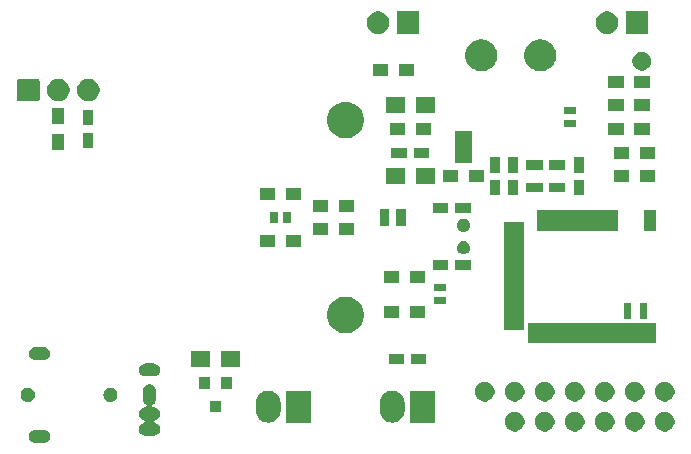
<source format=gts>
G04 #@! TF.GenerationSoftware,KiCad,Pcbnew,5.0.2-bee76a0~70~ubuntu16.04.1*
G04 #@! TF.CreationDate,2019-02-20T18:22:46+05:30*
G04 #@! TF.ProjectId,senseBe_rev2,73656e73-6542-4655-9f72-6576322e6b69,rev?*
G04 #@! TF.SameCoordinates,Original*
G04 #@! TF.FileFunction,Soldermask,Top*
G04 #@! TF.FilePolarity,Negative*
%FSLAX46Y46*%
G04 Gerber Fmt 4.6, Leading zero omitted, Abs format (unit mm)*
G04 Created by KiCad (PCBNEW 5.0.2-bee76a0~70~ubuntu16.04.1) date Wed Feb 20 18:22:46 2019*
%MOMM*%
%LPD*%
G01*
G04 APERTURE LIST*
%ADD10C,0.100000*%
G04 APERTURE END LIST*
D10*
G36*
X4558015Y-37956973D02*
X4661879Y-37988479D01*
X4757600Y-38039644D01*
X4841501Y-38108499D01*
X4910356Y-38192400D01*
X4961521Y-38288121D01*
X4993027Y-38391985D01*
X5003666Y-38500000D01*
X4993027Y-38608015D01*
X4961521Y-38711879D01*
X4910356Y-38807600D01*
X4841501Y-38891501D01*
X4757600Y-38960356D01*
X4661879Y-39011521D01*
X4558015Y-39043027D01*
X4477067Y-39051000D01*
X3722933Y-39051000D01*
X3641985Y-39043027D01*
X3538121Y-39011521D01*
X3442400Y-38960356D01*
X3358499Y-38891501D01*
X3289644Y-38807600D01*
X3238479Y-38711879D01*
X3206973Y-38608015D01*
X3196334Y-38500000D01*
X3206973Y-38391985D01*
X3238479Y-38288121D01*
X3289644Y-38192400D01*
X3358499Y-38108499D01*
X3442400Y-38039644D01*
X3538121Y-37988479D01*
X3641985Y-37956973D01*
X3722933Y-37949000D01*
X4477067Y-37949000D01*
X4558015Y-37956973D01*
X4558015Y-37956973D01*
G37*
G36*
X13508015Y-34106973D02*
X13611879Y-34138479D01*
X13707600Y-34189644D01*
X13791501Y-34258499D01*
X13860356Y-34342400D01*
X13911521Y-34438121D01*
X13943027Y-34541985D01*
X13951000Y-34622933D01*
X13951000Y-35377067D01*
X13943027Y-35458015D01*
X13911521Y-35561879D01*
X13860356Y-35657600D01*
X13791501Y-35741501D01*
X13707600Y-35810356D01*
X13701223Y-35813764D01*
X13680855Y-35827374D01*
X13663528Y-35844701D01*
X13649914Y-35865075D01*
X13640536Y-35887714D01*
X13635756Y-35911748D01*
X13635756Y-35936252D01*
X13640536Y-35960285D01*
X13649914Y-35982924D01*
X13663528Y-36003299D01*
X13680855Y-36020626D01*
X13701229Y-36034240D01*
X13723868Y-36043618D01*
X13747902Y-36048398D01*
X13760154Y-36049000D01*
X13777067Y-36049000D01*
X13858015Y-36056973D01*
X13961879Y-36088479D01*
X14057600Y-36139644D01*
X14141501Y-36208499D01*
X14210356Y-36292400D01*
X14261521Y-36388121D01*
X14293027Y-36491985D01*
X14303666Y-36600000D01*
X14293027Y-36708015D01*
X14261521Y-36811879D01*
X14210356Y-36907600D01*
X14141501Y-36991501D01*
X14057600Y-37060356D01*
X13961879Y-37111521D01*
X13899690Y-37130385D01*
X13877059Y-37139760D01*
X13856684Y-37153374D01*
X13839357Y-37170701D01*
X13825743Y-37191075D01*
X13816366Y-37213714D01*
X13811585Y-37237748D01*
X13811585Y-37262252D01*
X13816365Y-37286285D01*
X13825743Y-37308924D01*
X13839357Y-37329299D01*
X13856684Y-37346626D01*
X13877058Y-37360240D01*
X13899690Y-37369615D01*
X13961879Y-37388479D01*
X14057600Y-37439644D01*
X14141501Y-37508499D01*
X14210356Y-37592400D01*
X14261521Y-37688121D01*
X14293027Y-37791985D01*
X14303666Y-37900000D01*
X14293027Y-38008015D01*
X14261521Y-38111879D01*
X14210356Y-38207600D01*
X14141501Y-38291501D01*
X14057600Y-38360356D01*
X13961879Y-38411521D01*
X13858015Y-38443027D01*
X13777067Y-38451000D01*
X13022933Y-38451000D01*
X12941985Y-38443027D01*
X12838121Y-38411521D01*
X12742400Y-38360356D01*
X12658499Y-38291501D01*
X12589644Y-38207600D01*
X12538479Y-38111879D01*
X12506973Y-38008015D01*
X12496334Y-37900000D01*
X12506973Y-37791985D01*
X12538479Y-37688121D01*
X12589644Y-37592400D01*
X12658499Y-37508499D01*
X12742400Y-37439644D01*
X12838121Y-37388479D01*
X12900310Y-37369615D01*
X12922941Y-37360240D01*
X12943316Y-37346626D01*
X12960643Y-37329299D01*
X12974257Y-37308925D01*
X12983634Y-37286286D01*
X12988415Y-37262252D01*
X12988415Y-37237748D01*
X12983635Y-37213715D01*
X12974257Y-37191076D01*
X12960643Y-37170701D01*
X12943316Y-37153374D01*
X12922942Y-37139760D01*
X12900310Y-37130385D01*
X12838121Y-37111521D01*
X12742400Y-37060356D01*
X12658499Y-36991501D01*
X12589644Y-36907600D01*
X12538479Y-36811879D01*
X12506973Y-36708015D01*
X12496334Y-36600000D01*
X12506973Y-36491985D01*
X12538479Y-36388121D01*
X12589644Y-36292400D01*
X12658499Y-36208499D01*
X12742400Y-36139644D01*
X12838121Y-36088479D01*
X12941985Y-36056973D01*
X13022933Y-36049000D01*
X13039845Y-36049000D01*
X13064231Y-36046598D01*
X13087680Y-36039485D01*
X13109291Y-36027934D01*
X13128233Y-36012388D01*
X13143779Y-35993446D01*
X13155330Y-35971835D01*
X13162443Y-35948386D01*
X13164845Y-35924000D01*
X13162443Y-35899614D01*
X13155330Y-35876165D01*
X13143779Y-35854554D01*
X13128233Y-35835612D01*
X13109291Y-35820066D01*
X13098775Y-35813763D01*
X13092400Y-35810356D01*
X13008499Y-35741501D01*
X12939644Y-35657600D01*
X12888479Y-35561878D01*
X12856973Y-35458014D01*
X12849000Y-35377066D01*
X12849000Y-34622933D01*
X12856973Y-34541985D01*
X12859646Y-34533175D01*
X12888479Y-34438124D01*
X12888480Y-34438121D01*
X12939645Y-34342400D01*
X13008500Y-34258499D01*
X13092401Y-34189644D01*
X13188122Y-34138479D01*
X13291986Y-34106973D01*
X13400000Y-34096334D01*
X13508015Y-34106973D01*
X13508015Y-34106973D01*
G37*
G36*
X47108228Y-36451703D02*
X47263100Y-36515853D01*
X47402481Y-36608985D01*
X47521015Y-36727519D01*
X47614147Y-36866900D01*
X47678297Y-37021772D01*
X47711000Y-37186184D01*
X47711000Y-37353816D01*
X47678297Y-37518228D01*
X47614147Y-37673100D01*
X47521015Y-37812481D01*
X47402481Y-37931015D01*
X47263100Y-38024147D01*
X47108228Y-38088297D01*
X46943816Y-38121000D01*
X46776184Y-38121000D01*
X46611772Y-38088297D01*
X46456900Y-38024147D01*
X46317519Y-37931015D01*
X46198985Y-37812481D01*
X46105853Y-37673100D01*
X46041703Y-37518228D01*
X46009000Y-37353816D01*
X46009000Y-37186184D01*
X46041703Y-37021772D01*
X46105853Y-36866900D01*
X46198985Y-36727519D01*
X46317519Y-36608985D01*
X46456900Y-36515853D01*
X46611772Y-36451703D01*
X46776184Y-36419000D01*
X46943816Y-36419000D01*
X47108228Y-36451703D01*
X47108228Y-36451703D01*
G37*
G36*
X49648228Y-36451703D02*
X49803100Y-36515853D01*
X49942481Y-36608985D01*
X50061015Y-36727519D01*
X50154147Y-36866900D01*
X50218297Y-37021772D01*
X50251000Y-37186184D01*
X50251000Y-37353816D01*
X50218297Y-37518228D01*
X50154147Y-37673100D01*
X50061015Y-37812481D01*
X49942481Y-37931015D01*
X49803100Y-38024147D01*
X49648228Y-38088297D01*
X49483816Y-38121000D01*
X49316184Y-38121000D01*
X49151772Y-38088297D01*
X48996900Y-38024147D01*
X48857519Y-37931015D01*
X48738985Y-37812481D01*
X48645853Y-37673100D01*
X48581703Y-37518228D01*
X48549000Y-37353816D01*
X48549000Y-37186184D01*
X48581703Y-37021772D01*
X48645853Y-36866900D01*
X48738985Y-36727519D01*
X48857519Y-36608985D01*
X48996900Y-36515853D01*
X49151772Y-36451703D01*
X49316184Y-36419000D01*
X49483816Y-36419000D01*
X49648228Y-36451703D01*
X49648228Y-36451703D01*
G37*
G36*
X57268228Y-36451703D02*
X57423100Y-36515853D01*
X57562481Y-36608985D01*
X57681015Y-36727519D01*
X57774147Y-36866900D01*
X57838297Y-37021772D01*
X57871000Y-37186184D01*
X57871000Y-37353816D01*
X57838297Y-37518228D01*
X57774147Y-37673100D01*
X57681015Y-37812481D01*
X57562481Y-37931015D01*
X57423100Y-38024147D01*
X57268228Y-38088297D01*
X57103816Y-38121000D01*
X56936184Y-38121000D01*
X56771772Y-38088297D01*
X56616900Y-38024147D01*
X56477519Y-37931015D01*
X56358985Y-37812481D01*
X56265853Y-37673100D01*
X56201703Y-37518228D01*
X56169000Y-37353816D01*
X56169000Y-37186184D01*
X56201703Y-37021772D01*
X56265853Y-36866900D01*
X56358985Y-36727519D01*
X56477519Y-36608985D01*
X56616900Y-36515853D01*
X56771772Y-36451703D01*
X56936184Y-36419000D01*
X57103816Y-36419000D01*
X57268228Y-36451703D01*
X57268228Y-36451703D01*
G37*
G36*
X54728228Y-36451703D02*
X54883100Y-36515853D01*
X55022481Y-36608985D01*
X55141015Y-36727519D01*
X55234147Y-36866900D01*
X55298297Y-37021772D01*
X55331000Y-37186184D01*
X55331000Y-37353816D01*
X55298297Y-37518228D01*
X55234147Y-37673100D01*
X55141015Y-37812481D01*
X55022481Y-37931015D01*
X54883100Y-38024147D01*
X54728228Y-38088297D01*
X54563816Y-38121000D01*
X54396184Y-38121000D01*
X54231772Y-38088297D01*
X54076900Y-38024147D01*
X53937519Y-37931015D01*
X53818985Y-37812481D01*
X53725853Y-37673100D01*
X53661703Y-37518228D01*
X53629000Y-37353816D01*
X53629000Y-37186184D01*
X53661703Y-37021772D01*
X53725853Y-36866900D01*
X53818985Y-36727519D01*
X53937519Y-36608985D01*
X54076900Y-36515853D01*
X54231772Y-36451703D01*
X54396184Y-36419000D01*
X54563816Y-36419000D01*
X54728228Y-36451703D01*
X54728228Y-36451703D01*
G37*
G36*
X44568228Y-36451703D02*
X44723100Y-36515853D01*
X44862481Y-36608985D01*
X44981015Y-36727519D01*
X45074147Y-36866900D01*
X45138297Y-37021772D01*
X45171000Y-37186184D01*
X45171000Y-37353816D01*
X45138297Y-37518228D01*
X45074147Y-37673100D01*
X44981015Y-37812481D01*
X44862481Y-37931015D01*
X44723100Y-38024147D01*
X44568228Y-38088297D01*
X44403816Y-38121000D01*
X44236184Y-38121000D01*
X44071772Y-38088297D01*
X43916900Y-38024147D01*
X43777519Y-37931015D01*
X43658985Y-37812481D01*
X43565853Y-37673100D01*
X43501703Y-37518228D01*
X43469000Y-37353816D01*
X43469000Y-37186184D01*
X43501703Y-37021772D01*
X43565853Y-36866900D01*
X43658985Y-36727519D01*
X43777519Y-36608985D01*
X43916900Y-36515853D01*
X44071772Y-36451703D01*
X44236184Y-36419000D01*
X44403816Y-36419000D01*
X44568228Y-36451703D01*
X44568228Y-36451703D01*
G37*
G36*
X52188228Y-36451703D02*
X52343100Y-36515853D01*
X52482481Y-36608985D01*
X52601015Y-36727519D01*
X52694147Y-36866900D01*
X52758297Y-37021772D01*
X52791000Y-37186184D01*
X52791000Y-37353816D01*
X52758297Y-37518228D01*
X52694147Y-37673100D01*
X52601015Y-37812481D01*
X52482481Y-37931015D01*
X52343100Y-38024147D01*
X52188228Y-38088297D01*
X52023816Y-38121000D01*
X51856184Y-38121000D01*
X51691772Y-38088297D01*
X51536900Y-38024147D01*
X51397519Y-37931015D01*
X51278985Y-37812481D01*
X51185853Y-37673100D01*
X51121703Y-37518228D01*
X51089000Y-37353816D01*
X51089000Y-37186184D01*
X51121703Y-37021772D01*
X51185853Y-36866900D01*
X51278985Y-36727519D01*
X51397519Y-36608985D01*
X51536900Y-36515853D01*
X51691772Y-36451703D01*
X51856184Y-36419000D01*
X52023816Y-36419000D01*
X52188228Y-36451703D01*
X52188228Y-36451703D01*
G37*
G36*
X23666032Y-34664207D02*
X23864146Y-34724305D01*
X24046729Y-34821897D01*
X24206765Y-34953235D01*
X24338103Y-35113271D01*
X24371260Y-35175305D01*
X24435695Y-35295853D01*
X24460331Y-35377067D01*
X24495793Y-35493969D01*
X24511000Y-35648371D01*
X24511000Y-36351630D01*
X24495793Y-36506032D01*
X24435695Y-36704146D01*
X24338103Y-36886729D01*
X24320974Y-36907601D01*
X24206768Y-37046762D01*
X24206766Y-37046763D01*
X24206765Y-37046765D01*
X24046729Y-37178103D01*
X23864145Y-37275695D01*
X23666031Y-37335793D01*
X23460000Y-37356085D01*
X23253968Y-37335793D01*
X23055854Y-37275695D01*
X22873271Y-37178103D01*
X22809257Y-37125568D01*
X22713238Y-37046768D01*
X22713237Y-37046766D01*
X22713235Y-37046765D01*
X22581897Y-36886729D01*
X22490224Y-36715219D01*
X22484306Y-36704147D01*
X22484305Y-36704145D01*
X22424207Y-36506031D01*
X22409000Y-36351629D01*
X22409000Y-35648370D01*
X22424207Y-35493968D01*
X22464273Y-35361892D01*
X22484306Y-35295852D01*
X22581899Y-35113269D01*
X22713236Y-34953235D01*
X22873270Y-34821899D01*
X22873272Y-34821897D01*
X23055855Y-34724305D01*
X23253969Y-34664207D01*
X23460000Y-34643915D01*
X23666032Y-34664207D01*
X23666032Y-34664207D01*
G37*
G36*
X34166032Y-34664207D02*
X34364146Y-34724305D01*
X34546729Y-34821897D01*
X34706765Y-34953235D01*
X34838103Y-35113271D01*
X34871260Y-35175305D01*
X34935695Y-35295853D01*
X34960331Y-35377067D01*
X34995793Y-35493969D01*
X35011000Y-35648371D01*
X35011000Y-36351630D01*
X34995793Y-36506032D01*
X34935695Y-36704146D01*
X34838103Y-36886729D01*
X34820974Y-36907601D01*
X34706768Y-37046762D01*
X34706766Y-37046763D01*
X34706765Y-37046765D01*
X34546729Y-37178103D01*
X34364145Y-37275695D01*
X34166031Y-37335793D01*
X33960000Y-37356085D01*
X33753968Y-37335793D01*
X33555854Y-37275695D01*
X33373271Y-37178103D01*
X33309257Y-37125568D01*
X33213238Y-37046768D01*
X33213237Y-37046766D01*
X33213235Y-37046765D01*
X33081897Y-36886729D01*
X32990224Y-36715219D01*
X32984306Y-36704147D01*
X32984305Y-36704145D01*
X32924207Y-36506031D01*
X32909000Y-36351629D01*
X32909000Y-35648370D01*
X32924207Y-35493968D01*
X32964273Y-35361892D01*
X32984306Y-35295852D01*
X33081899Y-35113269D01*
X33213236Y-34953235D01*
X33373270Y-34821899D01*
X33373272Y-34821897D01*
X33555855Y-34724305D01*
X33753969Y-34664207D01*
X33960000Y-34643915D01*
X34166032Y-34664207D01*
X34166032Y-34664207D01*
G37*
G36*
X27051000Y-37351000D02*
X24949000Y-37351000D01*
X24949000Y-34649000D01*
X27051000Y-34649000D01*
X27051000Y-37351000D01*
X27051000Y-37351000D01*
G37*
G36*
X37551000Y-37351000D02*
X35449000Y-37351000D01*
X35449000Y-34649000D01*
X37551000Y-34649000D01*
X37551000Y-37351000D01*
X37551000Y-37351000D01*
G37*
G36*
X19451000Y-36501000D02*
X18549000Y-36501000D01*
X18549000Y-35499000D01*
X19451000Y-35499000D01*
X19451000Y-36501000D01*
X19451000Y-36501000D01*
G37*
G36*
X3275305Y-34422096D02*
X3384680Y-34467400D01*
X3483118Y-34533175D01*
X3566825Y-34616882D01*
X3632600Y-34715320D01*
X3677904Y-34824695D01*
X3701000Y-34940806D01*
X3701000Y-35059194D01*
X3677904Y-35175305D01*
X3632600Y-35284680D01*
X3566825Y-35383118D01*
X3483118Y-35466825D01*
X3384680Y-35532600D01*
X3275305Y-35577904D01*
X3159194Y-35601000D01*
X3040806Y-35601000D01*
X2924695Y-35577904D01*
X2815320Y-35532600D01*
X2716882Y-35466825D01*
X2633175Y-35383118D01*
X2567400Y-35284680D01*
X2522096Y-35175305D01*
X2499000Y-35059194D01*
X2499000Y-34940806D01*
X2522096Y-34824695D01*
X2567400Y-34715320D01*
X2633175Y-34616882D01*
X2716882Y-34533175D01*
X2815320Y-34467400D01*
X2924695Y-34422096D01*
X3040806Y-34399000D01*
X3159194Y-34399000D01*
X3275305Y-34422096D01*
X3275305Y-34422096D01*
G37*
G36*
X10275305Y-34422096D02*
X10384680Y-34467400D01*
X10483118Y-34533175D01*
X10566825Y-34616882D01*
X10632600Y-34715320D01*
X10677904Y-34824695D01*
X10701000Y-34940806D01*
X10701000Y-35059194D01*
X10677904Y-35175305D01*
X10632600Y-35284680D01*
X10566825Y-35383118D01*
X10483118Y-35466825D01*
X10384680Y-35532600D01*
X10275305Y-35577904D01*
X10159194Y-35601000D01*
X10040806Y-35601000D01*
X9924695Y-35577904D01*
X9815320Y-35532600D01*
X9716882Y-35466825D01*
X9633175Y-35383118D01*
X9567400Y-35284680D01*
X9522096Y-35175305D01*
X9499000Y-35059194D01*
X9499000Y-34940806D01*
X9522096Y-34824695D01*
X9567400Y-34715320D01*
X9633175Y-34616882D01*
X9716882Y-34533175D01*
X9815320Y-34467400D01*
X9924695Y-34422096D01*
X10040806Y-34399000D01*
X10159194Y-34399000D01*
X10275305Y-34422096D01*
X10275305Y-34422096D01*
G37*
G36*
X52188228Y-33911703D02*
X52343100Y-33975853D01*
X52482481Y-34068985D01*
X52601015Y-34187519D01*
X52694147Y-34326900D01*
X52758297Y-34481772D01*
X52791000Y-34646184D01*
X52791000Y-34813816D01*
X52758297Y-34978228D01*
X52694147Y-35133100D01*
X52601015Y-35272481D01*
X52482481Y-35391015D01*
X52343100Y-35484147D01*
X52188228Y-35548297D01*
X52023816Y-35581000D01*
X51856184Y-35581000D01*
X51691772Y-35548297D01*
X51536900Y-35484147D01*
X51397519Y-35391015D01*
X51278985Y-35272481D01*
X51185853Y-35133100D01*
X51121703Y-34978228D01*
X51089000Y-34813816D01*
X51089000Y-34646184D01*
X51121703Y-34481772D01*
X51185853Y-34326900D01*
X51278985Y-34187519D01*
X51397519Y-34068985D01*
X51536900Y-33975853D01*
X51691772Y-33911703D01*
X51856184Y-33879000D01*
X52023816Y-33879000D01*
X52188228Y-33911703D01*
X52188228Y-33911703D01*
G37*
G36*
X57268228Y-33911703D02*
X57423100Y-33975853D01*
X57562481Y-34068985D01*
X57681015Y-34187519D01*
X57774147Y-34326900D01*
X57838297Y-34481772D01*
X57871000Y-34646184D01*
X57871000Y-34813816D01*
X57838297Y-34978228D01*
X57774147Y-35133100D01*
X57681015Y-35272481D01*
X57562481Y-35391015D01*
X57423100Y-35484147D01*
X57268228Y-35548297D01*
X57103816Y-35581000D01*
X56936184Y-35581000D01*
X56771772Y-35548297D01*
X56616900Y-35484147D01*
X56477519Y-35391015D01*
X56358985Y-35272481D01*
X56265853Y-35133100D01*
X56201703Y-34978228D01*
X56169000Y-34813816D01*
X56169000Y-34646184D01*
X56201703Y-34481772D01*
X56265853Y-34326900D01*
X56358985Y-34187519D01*
X56477519Y-34068985D01*
X56616900Y-33975853D01*
X56771772Y-33911703D01*
X56936184Y-33879000D01*
X57103816Y-33879000D01*
X57268228Y-33911703D01*
X57268228Y-33911703D01*
G37*
G36*
X42028228Y-33911703D02*
X42183100Y-33975853D01*
X42322481Y-34068985D01*
X42441015Y-34187519D01*
X42534147Y-34326900D01*
X42598297Y-34481772D01*
X42631000Y-34646184D01*
X42631000Y-34813816D01*
X42598297Y-34978228D01*
X42534147Y-35133100D01*
X42441015Y-35272481D01*
X42322481Y-35391015D01*
X42183100Y-35484147D01*
X42028228Y-35548297D01*
X41863816Y-35581000D01*
X41696184Y-35581000D01*
X41531772Y-35548297D01*
X41376900Y-35484147D01*
X41237519Y-35391015D01*
X41118985Y-35272481D01*
X41025853Y-35133100D01*
X40961703Y-34978228D01*
X40929000Y-34813816D01*
X40929000Y-34646184D01*
X40961703Y-34481772D01*
X41025853Y-34326900D01*
X41118985Y-34187519D01*
X41237519Y-34068985D01*
X41376900Y-33975853D01*
X41531772Y-33911703D01*
X41696184Y-33879000D01*
X41863816Y-33879000D01*
X42028228Y-33911703D01*
X42028228Y-33911703D01*
G37*
G36*
X54728228Y-33911703D02*
X54883100Y-33975853D01*
X55022481Y-34068985D01*
X55141015Y-34187519D01*
X55234147Y-34326900D01*
X55298297Y-34481772D01*
X55331000Y-34646184D01*
X55331000Y-34813816D01*
X55298297Y-34978228D01*
X55234147Y-35133100D01*
X55141015Y-35272481D01*
X55022481Y-35391015D01*
X54883100Y-35484147D01*
X54728228Y-35548297D01*
X54563816Y-35581000D01*
X54396184Y-35581000D01*
X54231772Y-35548297D01*
X54076900Y-35484147D01*
X53937519Y-35391015D01*
X53818985Y-35272481D01*
X53725853Y-35133100D01*
X53661703Y-34978228D01*
X53629000Y-34813816D01*
X53629000Y-34646184D01*
X53661703Y-34481772D01*
X53725853Y-34326900D01*
X53818985Y-34187519D01*
X53937519Y-34068985D01*
X54076900Y-33975853D01*
X54231772Y-33911703D01*
X54396184Y-33879000D01*
X54563816Y-33879000D01*
X54728228Y-33911703D01*
X54728228Y-33911703D01*
G37*
G36*
X49648228Y-33911703D02*
X49803100Y-33975853D01*
X49942481Y-34068985D01*
X50061015Y-34187519D01*
X50154147Y-34326900D01*
X50218297Y-34481772D01*
X50251000Y-34646184D01*
X50251000Y-34813816D01*
X50218297Y-34978228D01*
X50154147Y-35133100D01*
X50061015Y-35272481D01*
X49942481Y-35391015D01*
X49803100Y-35484147D01*
X49648228Y-35548297D01*
X49483816Y-35581000D01*
X49316184Y-35581000D01*
X49151772Y-35548297D01*
X48996900Y-35484147D01*
X48857519Y-35391015D01*
X48738985Y-35272481D01*
X48645853Y-35133100D01*
X48581703Y-34978228D01*
X48549000Y-34813816D01*
X48549000Y-34646184D01*
X48581703Y-34481772D01*
X48645853Y-34326900D01*
X48738985Y-34187519D01*
X48857519Y-34068985D01*
X48996900Y-33975853D01*
X49151772Y-33911703D01*
X49316184Y-33879000D01*
X49483816Y-33879000D01*
X49648228Y-33911703D01*
X49648228Y-33911703D01*
G37*
G36*
X47108228Y-33911703D02*
X47263100Y-33975853D01*
X47402481Y-34068985D01*
X47521015Y-34187519D01*
X47614147Y-34326900D01*
X47678297Y-34481772D01*
X47711000Y-34646184D01*
X47711000Y-34813816D01*
X47678297Y-34978228D01*
X47614147Y-35133100D01*
X47521015Y-35272481D01*
X47402481Y-35391015D01*
X47263100Y-35484147D01*
X47108228Y-35548297D01*
X46943816Y-35581000D01*
X46776184Y-35581000D01*
X46611772Y-35548297D01*
X46456900Y-35484147D01*
X46317519Y-35391015D01*
X46198985Y-35272481D01*
X46105853Y-35133100D01*
X46041703Y-34978228D01*
X46009000Y-34813816D01*
X46009000Y-34646184D01*
X46041703Y-34481772D01*
X46105853Y-34326900D01*
X46198985Y-34187519D01*
X46317519Y-34068985D01*
X46456900Y-33975853D01*
X46611772Y-33911703D01*
X46776184Y-33879000D01*
X46943816Y-33879000D01*
X47108228Y-33911703D01*
X47108228Y-33911703D01*
G37*
G36*
X44568228Y-33911703D02*
X44723100Y-33975853D01*
X44862481Y-34068985D01*
X44981015Y-34187519D01*
X45074147Y-34326900D01*
X45138297Y-34481772D01*
X45171000Y-34646184D01*
X45171000Y-34813816D01*
X45138297Y-34978228D01*
X45074147Y-35133100D01*
X44981015Y-35272481D01*
X44862481Y-35391015D01*
X44723100Y-35484147D01*
X44568228Y-35548297D01*
X44403816Y-35581000D01*
X44236184Y-35581000D01*
X44071772Y-35548297D01*
X43916900Y-35484147D01*
X43777519Y-35391015D01*
X43658985Y-35272481D01*
X43565853Y-35133100D01*
X43501703Y-34978228D01*
X43469000Y-34813816D01*
X43469000Y-34646184D01*
X43501703Y-34481772D01*
X43565853Y-34326900D01*
X43658985Y-34187519D01*
X43777519Y-34068985D01*
X43916900Y-33975853D01*
X44071772Y-33911703D01*
X44236184Y-33879000D01*
X44403816Y-33879000D01*
X44568228Y-33911703D01*
X44568228Y-33911703D01*
G37*
G36*
X18501000Y-34501000D02*
X17599000Y-34501000D01*
X17599000Y-33499000D01*
X18501000Y-33499000D01*
X18501000Y-34501000D01*
X18501000Y-34501000D01*
G37*
G36*
X20401000Y-34501000D02*
X19499000Y-34501000D01*
X19499000Y-33499000D01*
X20401000Y-33499000D01*
X20401000Y-34501000D01*
X20401000Y-34501000D01*
G37*
G36*
X13858015Y-32356973D02*
X13961879Y-32388479D01*
X14057600Y-32439644D01*
X14141501Y-32508499D01*
X14210356Y-32592400D01*
X14261521Y-32688121D01*
X14293027Y-32791985D01*
X14303666Y-32900000D01*
X14293027Y-33008015D01*
X14261521Y-33111879D01*
X14210356Y-33207600D01*
X14141501Y-33291501D01*
X14057600Y-33360356D01*
X13961879Y-33411521D01*
X13858015Y-33443027D01*
X13777067Y-33451000D01*
X13022933Y-33451000D01*
X12941985Y-33443027D01*
X12838121Y-33411521D01*
X12742400Y-33360356D01*
X12658499Y-33291501D01*
X12589644Y-33207600D01*
X12538479Y-33111879D01*
X12506973Y-33008015D01*
X12496334Y-32900000D01*
X12506973Y-32791985D01*
X12538479Y-32688121D01*
X12589644Y-32592400D01*
X12658499Y-32508499D01*
X12742400Y-32439644D01*
X12838121Y-32388479D01*
X12941985Y-32356973D01*
X13022933Y-32349000D01*
X13777067Y-32349000D01*
X13858015Y-32356973D01*
X13858015Y-32356973D01*
G37*
G36*
X18551000Y-32676000D02*
X16949000Y-32676000D01*
X16949000Y-31324000D01*
X18551000Y-31324000D01*
X18551000Y-32676000D01*
X18551000Y-32676000D01*
G37*
G36*
X21051000Y-32676000D02*
X19449000Y-32676000D01*
X19449000Y-31324000D01*
X21051000Y-31324000D01*
X21051000Y-32676000D01*
X21051000Y-32676000D01*
G37*
G36*
X34951000Y-32426000D02*
X33649000Y-32426000D01*
X33649000Y-31574000D01*
X34951000Y-31574000D01*
X34951000Y-32426000D01*
X34951000Y-32426000D01*
G37*
G36*
X36851000Y-32426000D02*
X35549000Y-32426000D01*
X35549000Y-31574000D01*
X36851000Y-31574000D01*
X36851000Y-32426000D01*
X36851000Y-32426000D01*
G37*
G36*
X4558015Y-30956973D02*
X4661879Y-30988479D01*
X4757600Y-31039644D01*
X4841501Y-31108499D01*
X4910356Y-31192400D01*
X4961521Y-31288121D01*
X4993027Y-31391985D01*
X5003666Y-31500000D01*
X4993027Y-31608015D01*
X4961521Y-31711879D01*
X4910356Y-31807600D01*
X4841501Y-31891501D01*
X4757600Y-31960356D01*
X4661879Y-32011521D01*
X4558015Y-32043027D01*
X4477067Y-32051000D01*
X3722933Y-32051000D01*
X3641985Y-32043027D01*
X3538121Y-32011521D01*
X3442400Y-31960356D01*
X3358499Y-31891501D01*
X3289644Y-31807600D01*
X3238479Y-31711879D01*
X3206973Y-31608015D01*
X3196334Y-31500000D01*
X3206973Y-31391985D01*
X3238479Y-31288121D01*
X3289644Y-31192400D01*
X3358499Y-31108499D01*
X3442400Y-31039644D01*
X3538121Y-30988479D01*
X3641985Y-30956973D01*
X3722933Y-30949000D01*
X4477067Y-30949000D01*
X4558015Y-30956973D01*
X4558015Y-30956973D01*
G37*
G36*
X56301000Y-30601000D02*
X45499000Y-30601000D01*
X45499000Y-28899000D01*
X56301000Y-28899000D01*
X56301000Y-30601000D01*
X56301000Y-30601000D01*
G37*
G36*
X30352527Y-26738736D02*
X30452410Y-26758604D01*
X30734674Y-26875521D01*
X30988705Y-27045259D01*
X31204741Y-27261295D01*
X31374479Y-27515326D01*
X31491396Y-27797590D01*
X31551000Y-28097240D01*
X31551000Y-28402760D01*
X31491396Y-28702410D01*
X31374479Y-28984674D01*
X31204741Y-29238705D01*
X30988705Y-29454741D01*
X30734674Y-29624479D01*
X30452410Y-29741396D01*
X30352527Y-29761264D01*
X30152762Y-29801000D01*
X29847238Y-29801000D01*
X29647473Y-29761264D01*
X29547590Y-29741396D01*
X29265326Y-29624479D01*
X29011295Y-29454741D01*
X28795259Y-29238705D01*
X28625521Y-28984674D01*
X28508604Y-28702410D01*
X28449000Y-28402760D01*
X28449000Y-28097240D01*
X28508604Y-27797590D01*
X28625521Y-27515326D01*
X28795259Y-27261295D01*
X29011295Y-27045259D01*
X29265326Y-26875521D01*
X29547590Y-26758604D01*
X29647473Y-26738736D01*
X29847238Y-26699000D01*
X30152762Y-26699000D01*
X30352527Y-26738736D01*
X30352527Y-26738736D01*
G37*
G36*
X45101000Y-29501000D02*
X43399000Y-29501000D01*
X43399000Y-20399000D01*
X45101000Y-20399000D01*
X45101000Y-29501000D01*
X45101000Y-29501000D01*
G37*
G36*
X55551000Y-28551000D02*
X54949000Y-28551000D01*
X54949000Y-27249000D01*
X55551000Y-27249000D01*
X55551000Y-28551000D01*
X55551000Y-28551000D01*
G37*
G36*
X54151000Y-28551000D02*
X53549000Y-28551000D01*
X53549000Y-27249000D01*
X54151000Y-27249000D01*
X54151000Y-28551000D01*
X54151000Y-28551000D01*
G37*
G36*
X36751000Y-28501000D02*
X35449000Y-28501000D01*
X35449000Y-27499000D01*
X36751000Y-27499000D01*
X36751000Y-28501000D01*
X36751000Y-28501000D01*
G37*
G36*
X34551000Y-28501000D02*
X33249000Y-28501000D01*
X33249000Y-27499000D01*
X34551000Y-27499000D01*
X34551000Y-28501000D01*
X34551000Y-28501000D01*
G37*
G36*
X38501000Y-27351000D02*
X37499000Y-27351000D01*
X37499000Y-26749000D01*
X38501000Y-26749000D01*
X38501000Y-27351000D01*
X38501000Y-27351000D01*
G37*
G36*
X38501000Y-26251000D02*
X37499000Y-26251000D01*
X37499000Y-25649000D01*
X38501000Y-25649000D01*
X38501000Y-26251000D01*
X38501000Y-26251000D01*
G37*
G36*
X36751000Y-25501000D02*
X35449000Y-25501000D01*
X35449000Y-24499000D01*
X36751000Y-24499000D01*
X36751000Y-25501000D01*
X36751000Y-25501000D01*
G37*
G36*
X34551000Y-25501000D02*
X33249000Y-25501000D01*
X33249000Y-24499000D01*
X34551000Y-24499000D01*
X34551000Y-25501000D01*
X34551000Y-25501000D01*
G37*
G36*
X38701000Y-24426000D02*
X37399000Y-24426000D01*
X37399000Y-23574000D01*
X38701000Y-23574000D01*
X38701000Y-24426000D01*
X38701000Y-24426000D01*
G37*
G36*
X40601000Y-24426000D02*
X39299000Y-24426000D01*
X39299000Y-23574000D01*
X40601000Y-23574000D01*
X40601000Y-24426000D01*
X40601000Y-24426000D01*
G37*
G36*
X40160721Y-22020174D02*
X40260995Y-22061709D01*
X40351245Y-22122012D01*
X40427988Y-22198755D01*
X40488291Y-22289005D01*
X40529826Y-22389279D01*
X40551000Y-22495730D01*
X40551000Y-22604270D01*
X40529826Y-22710721D01*
X40488291Y-22810995D01*
X40427988Y-22901245D01*
X40351245Y-22977988D01*
X40260995Y-23038291D01*
X40160721Y-23079826D01*
X40054270Y-23101000D01*
X39945730Y-23101000D01*
X39839279Y-23079826D01*
X39739005Y-23038291D01*
X39648755Y-22977988D01*
X39572012Y-22901245D01*
X39511709Y-22810995D01*
X39470174Y-22710721D01*
X39449000Y-22604270D01*
X39449000Y-22495730D01*
X39470174Y-22389279D01*
X39511709Y-22289005D01*
X39572012Y-22198755D01*
X39648755Y-22122012D01*
X39739005Y-22061709D01*
X39839279Y-22020174D01*
X39945730Y-21999000D01*
X40054270Y-21999000D01*
X40160721Y-22020174D01*
X40160721Y-22020174D01*
G37*
G36*
X26251000Y-22501000D02*
X24949000Y-22501000D01*
X24949000Y-21499000D01*
X26251000Y-21499000D01*
X26251000Y-22501000D01*
X26251000Y-22501000D01*
G37*
G36*
X24051000Y-22501000D02*
X22749000Y-22501000D01*
X22749000Y-21499000D01*
X24051000Y-21499000D01*
X24051000Y-22501000D01*
X24051000Y-22501000D01*
G37*
G36*
X30751000Y-21501000D02*
X29449000Y-21501000D01*
X29449000Y-20499000D01*
X30751000Y-20499000D01*
X30751000Y-21501000D01*
X30751000Y-21501000D01*
G37*
G36*
X28551000Y-21501000D02*
X27249000Y-21501000D01*
X27249000Y-20499000D01*
X28551000Y-20499000D01*
X28551000Y-21501000D01*
X28551000Y-21501000D01*
G37*
G36*
X40160721Y-20120174D02*
X40260995Y-20161709D01*
X40351245Y-20222012D01*
X40427988Y-20298755D01*
X40488291Y-20389005D01*
X40529826Y-20489279D01*
X40551000Y-20595730D01*
X40551000Y-20704270D01*
X40529826Y-20810721D01*
X40488291Y-20910995D01*
X40427988Y-21001245D01*
X40351245Y-21077988D01*
X40260995Y-21138291D01*
X40160721Y-21179826D01*
X40054270Y-21201000D01*
X39945730Y-21201000D01*
X39839279Y-21179826D01*
X39739005Y-21138291D01*
X39648755Y-21077988D01*
X39572012Y-21001245D01*
X39511709Y-20910995D01*
X39470174Y-20810721D01*
X39449000Y-20704270D01*
X39449000Y-20595730D01*
X39470174Y-20489279D01*
X39511709Y-20389005D01*
X39572012Y-20298755D01*
X39648755Y-20222012D01*
X39739005Y-20161709D01*
X39839279Y-20120174D01*
X39945730Y-20099000D01*
X40054270Y-20099000D01*
X40160721Y-20120174D01*
X40160721Y-20120174D01*
G37*
G36*
X53101000Y-21101000D02*
X46199000Y-21101000D01*
X46199000Y-19399000D01*
X53101000Y-19399000D01*
X53101000Y-21101000D01*
X53101000Y-21101000D01*
G37*
G36*
X56301000Y-21101000D02*
X55299000Y-21101000D01*
X55299000Y-19399000D01*
X56301000Y-19399000D01*
X56301000Y-21101000D01*
X56301000Y-21101000D01*
G37*
G36*
X35101000Y-20701000D02*
X34299000Y-20701000D01*
X34299000Y-19299000D01*
X35101000Y-19299000D01*
X35101000Y-20701000D01*
X35101000Y-20701000D01*
G37*
G36*
X33701000Y-20701000D02*
X32899000Y-20701000D01*
X32899000Y-19299000D01*
X33701000Y-19299000D01*
X33701000Y-20701000D01*
X33701000Y-20701000D01*
G37*
G36*
X24251000Y-20501000D02*
X23649000Y-20501000D01*
X23649000Y-19499000D01*
X24251000Y-19499000D01*
X24251000Y-20501000D01*
X24251000Y-20501000D01*
G37*
G36*
X25351000Y-20501000D02*
X24749000Y-20501000D01*
X24749000Y-19499000D01*
X25351000Y-19499000D01*
X25351000Y-20501000D01*
X25351000Y-20501000D01*
G37*
G36*
X40601000Y-19626000D02*
X39299000Y-19626000D01*
X39299000Y-18774000D01*
X40601000Y-18774000D01*
X40601000Y-19626000D01*
X40601000Y-19626000D01*
G37*
G36*
X38701000Y-19626000D02*
X37399000Y-19626000D01*
X37399000Y-18774000D01*
X38701000Y-18774000D01*
X38701000Y-19626000D01*
X38701000Y-19626000D01*
G37*
G36*
X28551000Y-19501000D02*
X27249000Y-19501000D01*
X27249000Y-18499000D01*
X28551000Y-18499000D01*
X28551000Y-19501000D01*
X28551000Y-19501000D01*
G37*
G36*
X30751000Y-19501000D02*
X29449000Y-19501000D01*
X29449000Y-18499000D01*
X30751000Y-18499000D01*
X30751000Y-19501000D01*
X30751000Y-19501000D01*
G37*
G36*
X26251000Y-18501000D02*
X24949000Y-18501000D01*
X24949000Y-17499000D01*
X26251000Y-17499000D01*
X26251000Y-18501000D01*
X26251000Y-18501000D01*
G37*
G36*
X24051000Y-18501000D02*
X22749000Y-18501000D01*
X22749000Y-17499000D01*
X24051000Y-17499000D01*
X24051000Y-18501000D01*
X24051000Y-18501000D01*
G37*
G36*
X44626000Y-18101000D02*
X43774000Y-18101000D01*
X43774000Y-16799000D01*
X44626000Y-16799000D01*
X44626000Y-18101000D01*
X44626000Y-18101000D01*
G37*
G36*
X43126000Y-18101000D02*
X42274000Y-18101000D01*
X42274000Y-16799000D01*
X43126000Y-16799000D01*
X43126000Y-18101000D01*
X43126000Y-18101000D01*
G37*
G36*
X50176000Y-18101000D02*
X49324000Y-18101000D01*
X49324000Y-16799000D01*
X50176000Y-16799000D01*
X50176000Y-18101000D01*
X50176000Y-18101000D01*
G37*
G36*
X48601000Y-17851000D02*
X47199000Y-17851000D01*
X47199000Y-17049000D01*
X48601000Y-17049000D01*
X48601000Y-17851000D01*
X48601000Y-17851000D01*
G37*
G36*
X46701000Y-17851000D02*
X45299000Y-17851000D01*
X45299000Y-17049000D01*
X46701000Y-17049000D01*
X46701000Y-17851000D01*
X46701000Y-17851000D01*
G37*
G36*
X37551000Y-17176000D02*
X35949000Y-17176000D01*
X35949000Y-15824000D01*
X37551000Y-15824000D01*
X37551000Y-17176000D01*
X37551000Y-17176000D01*
G37*
G36*
X35051000Y-17176000D02*
X33449000Y-17176000D01*
X33449000Y-15824000D01*
X35051000Y-15824000D01*
X35051000Y-17176000D01*
X35051000Y-17176000D01*
G37*
G36*
X39551000Y-17001000D02*
X38249000Y-17001000D01*
X38249000Y-15999000D01*
X39551000Y-15999000D01*
X39551000Y-17001000D01*
X39551000Y-17001000D01*
G37*
G36*
X56251000Y-17001000D02*
X54949000Y-17001000D01*
X54949000Y-15999000D01*
X56251000Y-15999000D01*
X56251000Y-17001000D01*
X56251000Y-17001000D01*
G37*
G36*
X41751000Y-17001000D02*
X40449000Y-17001000D01*
X40449000Y-15999000D01*
X41751000Y-15999000D01*
X41751000Y-17001000D01*
X41751000Y-17001000D01*
G37*
G36*
X54051000Y-17001000D02*
X52749000Y-17001000D01*
X52749000Y-15999000D01*
X54051000Y-15999000D01*
X54051000Y-17001000D01*
X54051000Y-17001000D01*
G37*
G36*
X44626000Y-16201000D02*
X43774000Y-16201000D01*
X43774000Y-14899000D01*
X44626000Y-14899000D01*
X44626000Y-16201000D01*
X44626000Y-16201000D01*
G37*
G36*
X43126000Y-16201000D02*
X42274000Y-16201000D01*
X42274000Y-14899000D01*
X43126000Y-14899000D01*
X43126000Y-16201000D01*
X43126000Y-16201000D01*
G37*
G36*
X50176000Y-16201000D02*
X49324000Y-16201000D01*
X49324000Y-14899000D01*
X50176000Y-14899000D01*
X50176000Y-16201000D01*
X50176000Y-16201000D01*
G37*
G36*
X48601000Y-15951000D02*
X47199000Y-15951000D01*
X47199000Y-15149000D01*
X48601000Y-15149000D01*
X48601000Y-15951000D01*
X48601000Y-15951000D01*
G37*
G36*
X46701000Y-15951000D02*
X45299000Y-15951000D01*
X45299000Y-15149000D01*
X46701000Y-15149000D01*
X46701000Y-15951000D01*
X46701000Y-15951000D01*
G37*
G36*
X40701000Y-15351000D02*
X39299000Y-15351000D01*
X39299000Y-12649000D01*
X40701000Y-12649000D01*
X40701000Y-15351000D01*
X40701000Y-15351000D01*
G37*
G36*
X54051000Y-15001000D02*
X52749000Y-15001000D01*
X52749000Y-13999000D01*
X54051000Y-13999000D01*
X54051000Y-15001000D01*
X54051000Y-15001000D01*
G37*
G36*
X56251000Y-15001000D02*
X54949000Y-15001000D01*
X54949000Y-13999000D01*
X56251000Y-13999000D01*
X56251000Y-15001000D01*
X56251000Y-15001000D01*
G37*
G36*
X37101000Y-14926000D02*
X35799000Y-14926000D01*
X35799000Y-14074000D01*
X37101000Y-14074000D01*
X37101000Y-14926000D01*
X37101000Y-14926000D01*
G37*
G36*
X35201000Y-14926000D02*
X33899000Y-14926000D01*
X33899000Y-14074000D01*
X35201000Y-14074000D01*
X35201000Y-14926000D01*
X35201000Y-14926000D01*
G37*
G36*
X6201000Y-14251000D02*
X5199000Y-14251000D01*
X5199000Y-12949000D01*
X6201000Y-12949000D01*
X6201000Y-14251000D01*
X6201000Y-14251000D01*
G37*
G36*
X8626000Y-14101000D02*
X7774000Y-14101000D01*
X7774000Y-12799000D01*
X8626000Y-12799000D01*
X8626000Y-14101000D01*
X8626000Y-14101000D01*
G37*
G36*
X30352527Y-10238736D02*
X30452410Y-10258604D01*
X30734674Y-10375521D01*
X30988705Y-10545259D01*
X31204741Y-10761295D01*
X31374479Y-11015326D01*
X31491396Y-11297590D01*
X31551000Y-11597240D01*
X31551000Y-11902760D01*
X31491396Y-12202410D01*
X31374479Y-12484674D01*
X31204741Y-12738705D01*
X30988705Y-12954741D01*
X30734674Y-13124479D01*
X30452410Y-13241396D01*
X30352527Y-13261264D01*
X30152762Y-13301000D01*
X29847238Y-13301000D01*
X29647473Y-13261264D01*
X29547590Y-13241396D01*
X29265326Y-13124479D01*
X29011295Y-12954741D01*
X28795259Y-12738705D01*
X28625521Y-12484674D01*
X28508604Y-12202410D01*
X28449000Y-11902760D01*
X28449000Y-11597240D01*
X28508604Y-11297590D01*
X28625521Y-11015326D01*
X28795259Y-10761295D01*
X29011295Y-10545259D01*
X29265326Y-10375521D01*
X29547590Y-10258604D01*
X29647473Y-10238736D01*
X29847238Y-10199000D01*
X30152762Y-10199000D01*
X30352527Y-10238736D01*
X30352527Y-10238736D01*
G37*
G36*
X53551000Y-13001000D02*
X52249000Y-13001000D01*
X52249000Y-11999000D01*
X53551000Y-11999000D01*
X53551000Y-13001000D01*
X53551000Y-13001000D01*
G37*
G36*
X55751000Y-13001000D02*
X54449000Y-13001000D01*
X54449000Y-11999000D01*
X55751000Y-11999000D01*
X55751000Y-13001000D01*
X55751000Y-13001000D01*
G37*
G36*
X35051000Y-13001000D02*
X33749000Y-13001000D01*
X33749000Y-11999000D01*
X35051000Y-11999000D01*
X35051000Y-13001000D01*
X35051000Y-13001000D01*
G37*
G36*
X37251000Y-13001000D02*
X35949000Y-13001000D01*
X35949000Y-11999000D01*
X37251000Y-11999000D01*
X37251000Y-13001000D01*
X37251000Y-13001000D01*
G37*
G36*
X49501000Y-12351000D02*
X48499000Y-12351000D01*
X48499000Y-11749000D01*
X49501000Y-11749000D01*
X49501000Y-12351000D01*
X49501000Y-12351000D01*
G37*
G36*
X8626000Y-12201000D02*
X7774000Y-12201000D01*
X7774000Y-10899000D01*
X8626000Y-10899000D01*
X8626000Y-12201000D01*
X8626000Y-12201000D01*
G37*
G36*
X6201000Y-12051000D02*
X5199000Y-12051000D01*
X5199000Y-10749000D01*
X6201000Y-10749000D01*
X6201000Y-12051000D01*
X6201000Y-12051000D01*
G37*
G36*
X49501000Y-11251000D02*
X48499000Y-11251000D01*
X48499000Y-10649000D01*
X49501000Y-10649000D01*
X49501000Y-11251000D01*
X49501000Y-11251000D01*
G37*
G36*
X35051000Y-11176000D02*
X33449000Y-11176000D01*
X33449000Y-9824000D01*
X35051000Y-9824000D01*
X35051000Y-11176000D01*
X35051000Y-11176000D01*
G37*
G36*
X37551000Y-11176000D02*
X35949000Y-11176000D01*
X35949000Y-9824000D01*
X37551000Y-9824000D01*
X37551000Y-11176000D01*
X37551000Y-11176000D01*
G37*
G36*
X55751000Y-11001000D02*
X54449000Y-11001000D01*
X54449000Y-9999000D01*
X55751000Y-9999000D01*
X55751000Y-11001000D01*
X55751000Y-11001000D01*
G37*
G36*
X53551000Y-11001000D02*
X52249000Y-11001000D01*
X52249000Y-9999000D01*
X53551000Y-9999000D01*
X53551000Y-11001000D01*
X53551000Y-11001000D01*
G37*
G36*
X3960721Y-8252939D02*
X3993279Y-8262815D01*
X4023276Y-8278848D01*
X4049571Y-8300429D01*
X4071152Y-8326724D01*
X4087185Y-8356721D01*
X4097061Y-8389279D01*
X4101000Y-8429269D01*
X4101000Y-9970731D01*
X4097061Y-10010721D01*
X4087185Y-10043279D01*
X4071152Y-10073276D01*
X4049571Y-10099571D01*
X4023276Y-10121152D01*
X3993279Y-10137185D01*
X3960721Y-10147061D01*
X3920731Y-10151000D01*
X2379269Y-10151000D01*
X2339279Y-10147061D01*
X2306721Y-10137185D01*
X2276724Y-10121152D01*
X2250429Y-10099571D01*
X2228848Y-10073276D01*
X2212815Y-10043279D01*
X2202939Y-10010721D01*
X2199000Y-9970731D01*
X2199000Y-8429269D01*
X2202939Y-8389279D01*
X2212815Y-8356721D01*
X2228848Y-8326724D01*
X2250429Y-8300429D01*
X2276724Y-8278848D01*
X2306721Y-8262815D01*
X2339279Y-8252939D01*
X2379269Y-8249000D01*
X3920731Y-8249000D01*
X3960721Y-8252939D01*
X3960721Y-8252939D01*
G37*
G36*
X5967396Y-8285546D02*
X6140466Y-8357234D01*
X6296230Y-8461312D01*
X6428688Y-8593770D01*
X6532766Y-8749534D01*
X6604454Y-8922604D01*
X6641000Y-9106333D01*
X6641000Y-9293667D01*
X6604454Y-9477396D01*
X6532766Y-9650466D01*
X6428688Y-9806230D01*
X6296230Y-9938688D01*
X6140466Y-10042766D01*
X5967396Y-10114454D01*
X5783667Y-10151000D01*
X5596333Y-10151000D01*
X5412604Y-10114454D01*
X5239534Y-10042766D01*
X5083770Y-9938688D01*
X4951312Y-9806230D01*
X4847234Y-9650466D01*
X4775546Y-9477396D01*
X4739000Y-9293667D01*
X4739000Y-9106333D01*
X4775546Y-8922604D01*
X4847234Y-8749534D01*
X4951312Y-8593770D01*
X5083770Y-8461312D01*
X5239534Y-8357234D01*
X5412604Y-8285546D01*
X5596333Y-8249000D01*
X5783667Y-8249000D01*
X5967396Y-8285546D01*
X5967396Y-8285546D01*
G37*
G36*
X8507396Y-8285546D02*
X8680466Y-8357234D01*
X8836230Y-8461312D01*
X8968688Y-8593770D01*
X9072766Y-8749534D01*
X9144454Y-8922604D01*
X9181000Y-9106333D01*
X9181000Y-9293667D01*
X9144454Y-9477396D01*
X9072766Y-9650466D01*
X8968688Y-9806230D01*
X8836230Y-9938688D01*
X8680466Y-10042766D01*
X8507396Y-10114454D01*
X8323667Y-10151000D01*
X8136333Y-10151000D01*
X7952604Y-10114454D01*
X7779534Y-10042766D01*
X7623770Y-9938688D01*
X7491312Y-9806230D01*
X7387234Y-9650466D01*
X7315546Y-9477396D01*
X7279000Y-9293667D01*
X7279000Y-9106333D01*
X7315546Y-8922604D01*
X7387234Y-8749534D01*
X7491312Y-8593770D01*
X7623770Y-8461312D01*
X7779534Y-8357234D01*
X7952604Y-8285546D01*
X8136333Y-8249000D01*
X8323667Y-8249000D01*
X8507396Y-8285546D01*
X8507396Y-8285546D01*
G37*
G36*
X55751000Y-9001000D02*
X54449000Y-9001000D01*
X54449000Y-7999000D01*
X55751000Y-7999000D01*
X55751000Y-9001000D01*
X55751000Y-9001000D01*
G37*
G36*
X53551000Y-9001000D02*
X52249000Y-9001000D01*
X52249000Y-7999000D01*
X53551000Y-7999000D01*
X53551000Y-9001000D01*
X53551000Y-9001000D01*
G37*
G36*
X35801000Y-8001000D02*
X34499000Y-8001000D01*
X34499000Y-6999000D01*
X35801000Y-6999000D01*
X35801000Y-8001000D01*
X35801000Y-8001000D01*
G37*
G36*
X33601000Y-8001000D02*
X32299000Y-8001000D01*
X32299000Y-6999000D01*
X33601000Y-6999000D01*
X33601000Y-8001000D01*
X33601000Y-8001000D01*
G37*
G36*
X46763567Y-4924959D02*
X46894072Y-4950918D01*
X47139939Y-5052759D01*
X47360464Y-5200110D01*
X47361215Y-5200612D01*
X47549388Y-5388785D01*
X47549390Y-5388788D01*
X47697241Y-5610061D01*
X47799082Y-5855928D01*
X47851000Y-6116938D01*
X47851000Y-6383062D01*
X47799082Y-6644072D01*
X47697241Y-6889939D01*
X47624368Y-6999000D01*
X47549388Y-7111215D01*
X47361215Y-7299388D01*
X47361212Y-7299390D01*
X47139939Y-7447241D01*
X46894072Y-7549082D01*
X46763567Y-7575041D01*
X46633063Y-7601000D01*
X46366937Y-7601000D01*
X46236433Y-7575041D01*
X46105928Y-7549082D01*
X45860061Y-7447241D01*
X45638788Y-7299390D01*
X45638785Y-7299388D01*
X45450612Y-7111215D01*
X45375632Y-6999000D01*
X45302759Y-6889939D01*
X45200918Y-6644072D01*
X45149000Y-6383062D01*
X45149000Y-6116938D01*
X45200918Y-5855928D01*
X45302759Y-5610061D01*
X45450610Y-5388788D01*
X45450612Y-5388785D01*
X45638785Y-5200612D01*
X45639536Y-5200110D01*
X45860061Y-5052759D01*
X46105928Y-4950918D01*
X46236433Y-4924959D01*
X46366937Y-4899000D01*
X46633063Y-4899000D01*
X46763567Y-4924959D01*
X46763567Y-4924959D01*
G37*
G36*
X41763567Y-4924959D02*
X41894072Y-4950918D01*
X42139939Y-5052759D01*
X42360464Y-5200110D01*
X42361215Y-5200612D01*
X42549388Y-5388785D01*
X42549390Y-5388788D01*
X42697241Y-5610061D01*
X42799082Y-5855928D01*
X42851000Y-6116938D01*
X42851000Y-6383062D01*
X42799082Y-6644072D01*
X42697241Y-6889939D01*
X42624368Y-6999000D01*
X42549388Y-7111215D01*
X42361215Y-7299388D01*
X42361212Y-7299390D01*
X42139939Y-7447241D01*
X41894072Y-7549082D01*
X41763567Y-7575041D01*
X41633063Y-7601000D01*
X41366937Y-7601000D01*
X41236433Y-7575041D01*
X41105928Y-7549082D01*
X40860061Y-7447241D01*
X40638788Y-7299390D01*
X40638785Y-7299388D01*
X40450612Y-7111215D01*
X40375632Y-6999000D01*
X40302759Y-6889939D01*
X40200918Y-6644072D01*
X40149000Y-6383062D01*
X40149000Y-6116938D01*
X40200918Y-5855928D01*
X40302759Y-5610061D01*
X40450610Y-5388788D01*
X40450612Y-5388785D01*
X40638785Y-5200612D01*
X40639536Y-5200110D01*
X40860061Y-5052759D01*
X41105928Y-4950918D01*
X41236433Y-4924959D01*
X41366937Y-4899000D01*
X41633063Y-4899000D01*
X41763567Y-4924959D01*
X41763567Y-4924959D01*
G37*
G36*
X55333643Y-5979781D02*
X55479415Y-6040162D01*
X55610611Y-6127824D01*
X55722176Y-6239389D01*
X55809838Y-6370585D01*
X55870219Y-6516357D01*
X55901000Y-6671107D01*
X55901000Y-6828893D01*
X55870219Y-6983643D01*
X55809838Y-7129415D01*
X55722176Y-7260611D01*
X55610611Y-7372176D01*
X55479415Y-7459838D01*
X55333643Y-7520219D01*
X55178893Y-7551000D01*
X55021107Y-7551000D01*
X54866357Y-7520219D01*
X54720585Y-7459838D01*
X54589389Y-7372176D01*
X54477824Y-7260611D01*
X54390162Y-7129415D01*
X54329781Y-6983643D01*
X54299000Y-6828893D01*
X54299000Y-6671107D01*
X54329781Y-6516357D01*
X54390162Y-6370585D01*
X54477824Y-6239389D01*
X54589389Y-6127824D01*
X54720585Y-6040162D01*
X54866357Y-5979781D01*
X55021107Y-5949000D01*
X55178893Y-5949000D01*
X55333643Y-5979781D01*
X55333643Y-5979781D01*
G37*
G36*
X55651000Y-4451000D02*
X53749000Y-4451000D01*
X53749000Y-2549000D01*
X55651000Y-2549000D01*
X55651000Y-4451000D01*
X55651000Y-4451000D01*
G37*
G36*
X52437396Y-2585546D02*
X52610466Y-2657234D01*
X52766230Y-2761312D01*
X52898688Y-2893770D01*
X53002766Y-3049534D01*
X53074454Y-3222604D01*
X53111000Y-3406333D01*
X53111000Y-3593667D01*
X53074454Y-3777396D01*
X53002766Y-3950466D01*
X52898688Y-4106230D01*
X52766230Y-4238688D01*
X52610466Y-4342766D01*
X52437396Y-4414454D01*
X52253667Y-4451000D01*
X52066333Y-4451000D01*
X51882604Y-4414454D01*
X51709534Y-4342766D01*
X51553770Y-4238688D01*
X51421312Y-4106230D01*
X51317234Y-3950466D01*
X51245546Y-3777396D01*
X51209000Y-3593667D01*
X51209000Y-3406333D01*
X51245546Y-3222604D01*
X51317234Y-3049534D01*
X51421312Y-2893770D01*
X51553770Y-2761312D01*
X51709534Y-2657234D01*
X51882604Y-2585546D01*
X52066333Y-2549000D01*
X52253667Y-2549000D01*
X52437396Y-2585546D01*
X52437396Y-2585546D01*
G37*
G36*
X36251000Y-4451000D02*
X34349000Y-4451000D01*
X34349000Y-2549000D01*
X36251000Y-2549000D01*
X36251000Y-4451000D01*
X36251000Y-4451000D01*
G37*
G36*
X33037396Y-2585546D02*
X33210466Y-2657234D01*
X33366230Y-2761312D01*
X33498688Y-2893770D01*
X33602766Y-3049534D01*
X33674454Y-3222604D01*
X33711000Y-3406333D01*
X33711000Y-3593667D01*
X33674454Y-3777396D01*
X33602766Y-3950466D01*
X33498688Y-4106230D01*
X33366230Y-4238688D01*
X33210466Y-4342766D01*
X33037396Y-4414454D01*
X32853667Y-4451000D01*
X32666333Y-4451000D01*
X32482604Y-4414454D01*
X32309534Y-4342766D01*
X32153770Y-4238688D01*
X32021312Y-4106230D01*
X31917234Y-3950466D01*
X31845546Y-3777396D01*
X31809000Y-3593667D01*
X31809000Y-3406333D01*
X31845546Y-3222604D01*
X31917234Y-3049534D01*
X32021312Y-2893770D01*
X32153770Y-2761312D01*
X32309534Y-2657234D01*
X32482604Y-2585546D01*
X32666333Y-2549000D01*
X32853667Y-2549000D01*
X33037396Y-2585546D01*
X33037396Y-2585546D01*
G37*
M02*

</source>
